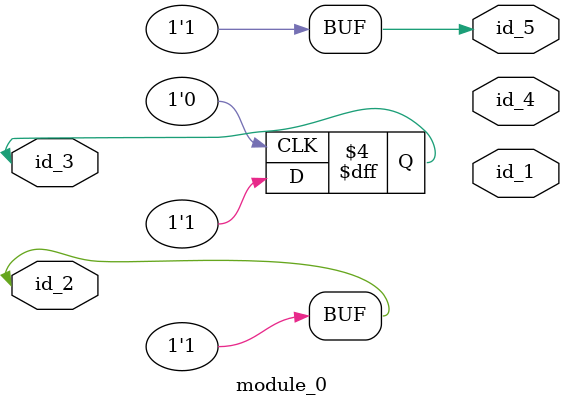
<source format=v>
module module_0 (
    id_1,
    id_2,
    id_3,
    id_4,
    id_5
);
  output id_5;
  output id_4;
  inout id_3;
  inout id_2;
  output id_1;
  always @(posedge id_3 >> id_2) id_3 <= 1;
  assign id_5 = 1;
  always @(*) id_2 <= ~(1'b0);
endmodule

</source>
